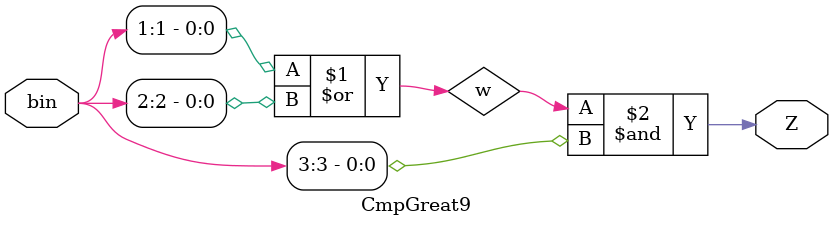
<source format=v>
module CmpGreat9(bin, Z);
input [3:0] bin; // four bit input b0 b1 b2 b3 
output        Z;

wire w;

or  U1(w, bin[1], bin[2]);
and U2(Z, w, bin[3]);

endmodule
</source>
